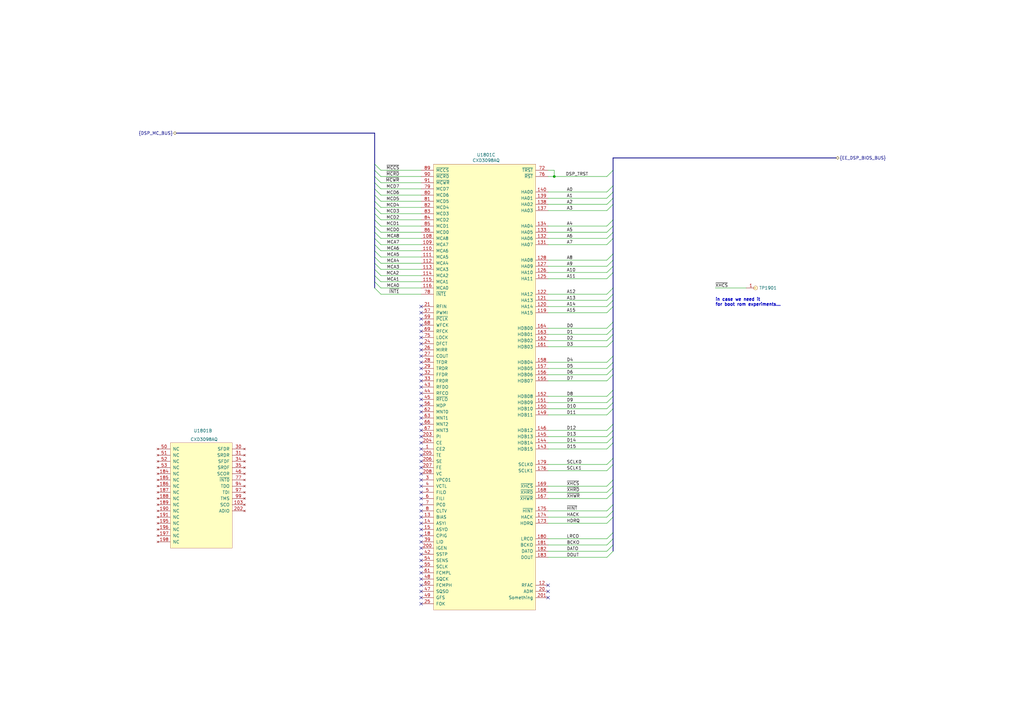
<source format=kicad_sch>
(kicad_sch (version 20230121) (generator eeschema)
  (paper "A3")
  (title_block (title "PS2 DSP") (rev "0.3") (comment 5 "-a project by Tschicki"))
  (lib_symbols
    (symbol "PS2:CXD3098AQ" (pin_names (offset 1.016))
      (property "Reference" "U" (at 17.78 6.35 0))
      (property "Value" "CXD3098AQ" (at 17.78 8.89 0))
      (symbol "CXD3098AQ_1_0"
        (pin passive line (at 36.83 -33.02 180) (length 5.08) (name "AGND") (number "10"))
        (pin passive line (at 0 -30.48 0) (length 5.08) (name "3V5(SCEN)") (number "100"))
        (pin passive line (at 0 -81.28 0) (length 5.08) (name "GND(SCDR)") (number "101"))
        (pin passive line (at 0 -33.02 0) (length 5.08) (name "3V5(SCRS)") (number "102"))
        (pin passive line (at 0 -83.82 0) (length 5.08) (name "GND(SCI)") (number "104"))
        (pin passive line (at 0 -86.36 0) (length 5.08) (name "GND(SCCK)") (number "105"))
        (pin passive line (at 0 -7.62 0) (length 5.08) (name "3V5") (number "106"))
        (pin passive line (at 36.83 -58.42 180) (length 5.08) (name "GND") (number "107"))
        (pin passive line (at 36.83 -35.56 180) (length 5.08) (name "AGND") (number "11"))
        (pin passive line (at 36.83 -60.96 180) (length 5.08) (name "GND") (number "117"))
        (pin passive line (at 36.83 -10.16 180) (length 5.08) (name "1V8") (number "118"))
        (pin passive line (at 0 -10.16 0) (length 5.08) (name "3V5") (number "123"))
        (pin passive line (at 36.83 -63.5 180) (length 5.08) (name "GND") (number "124"))
        (pin passive line (at 0 -12.7 0) (length 5.08) (name "3V5") (number "129"))
        (pin passive line (at 36.83 -66.04 180) (length 5.08) (name "GND") (number "130"))
        (pin passive line (at 0 -15.24 0) (length 5.08) (name "3V5") (number "135"))
        (pin passive line (at 36.83 -68.58 180) (length 5.08) (name "GND") (number "136"))
        (pin passive line (at 36.83 -71.12 180) (length 5.08) (name "GND") (number "141"))
        (pin passive line (at 36.83 -12.7 180) (length 5.08) (name "1V8") (number "142"))
        (pin passive line (at 0 -17.78 0) (length 5.08) (name "3V5") (number "147"))
        (pin passive line (at 36.83 -73.66 180) (length 5.08) (name "GND") (number "148"))
        (pin passive line (at 0 -20.32 0) (length 5.08) (name "3V5") (number "153"))
        (pin passive line (at 36.83 -76.2 180) (length 5.08) (name "GND") (number "154"))
        (pin passive line (at 0 -22.86 0) (length 5.08) (name "3V5") (number "159"))
        (pin passive line (at 0 -43.18 0) (length 5.08) (name "AVD4_3V5") (number "16"))
        (pin passive line (at 36.83 -78.74 180) (length 5.08) (name "GND") (number "160"))
        (pin passive line (at 0 -25.4 0) (length 5.08) (name "3V5") (number "165"))
        (pin passive line (at 36.83 -81.28 180) (length 5.08) (name "GND") (number "166"))
        (pin passive line (at 0 -45.72 0) (length 5.08) (name "AVD3_3V5") (number "17"))
        (pin passive line (at 0 -35.56 0) (length 5.08) (name "3V5(~{HRS})") (number "170"))
        (pin passive line (at 36.83 -83.82 180) (length 5.08) (name "GND") (number "171"))
        (pin passive line (at 36.83 -15.24 180) (length 5.08) (name "1V8") (number "172"))
        (pin passive line (at 0 -27.94 0) (length 5.08) (name "3V5") (number "177"))
        (pin passive line (at 36.83 -86.36 180) (length 5.08) (name "GND") (number "178"))
        (pin passive line (at 36.83 -38.1 180) (length 5.08) (name "AGND") (number "19"))
        (pin passive line (at 0 -88.9 0) (length 5.08) (name "GND(~{CEN})") (number "192"))
        (pin passive line (at 36.83 -88.9 180) (length 5.08) (name "GND") (number "193"))
        (pin passive line (at 36.83 -17.78 180) (length 5.08) (name "1V8") (number "194"))
        (pin passive line (at 0 -48.26 0) (length 5.08) (name "AVD2_3V5") (number "199"))
        (pin passive line (at 36.83 -27.94 180) (length 5.08) (name "VC2") (number "2"))
        (pin passive line (at 36.83 0 180) (length 5.08) (name "1V8") (number "22"))
        (pin passive line (at 36.83 -40.64 180) (length 5.08) (name "GND") (number "23"))
        (pin passive line (at 36.83 -43.18 180) (length 5.08) (name "GND") (number "36"))
        (pin passive line (at 0 0 0) (length 5.08) (name "3V5") (number "37"))
        (pin passive line (at 0 -68.58 0) (length 5.08) (name "GND(XPEN)") (number "38"))
        (pin passive line (at 36.83 -45.72 180) (length 5.08) (name "GND") (number "40"))
        (pin passive line (at 36.83 -2.54 180) (length 5.08) (name "1V8") (number "41"))
        (pin passive line (at 0 -71.12 0) (length 5.08) (name "GND(ATSK)") (number "58"))
        (pin passive line (at 36.83 -5.08 180) (length 5.08) (name "1V8") (number "64"))
        (pin passive line (at 36.83 -48.26 180) (length 5.08) (name "GND") (number "65"))
        (pin passive line (at 36.83 -50.8 180) (length 5.08) (name "GND") (number "70"))
        (pin passive line (at 0 -2.54 0) (length 5.08) (name "3V5") (number "71"))
        (pin passive line (at 0 -73.66 0) (length 5.08) (name "GND(AVSH)") (number "73"))
        (pin passive line (at 36.83 -20.32 180) (length 5.08) (name "1V8(AVDH)") (number "74"))
        (pin passive line (at 36.83 -53.34 180) (length 5.08) (name "GND") (number "87"))
        (pin passive line (at 0 -5.08 0) (length 5.08) (name "3V5") (number "88"))
        (pin passive line (at 0 -40.64 0) (length 5.08) (name "AVD1_3V5") (number "9"))
        (pin passive line (at 36.83 -55.88 180) (length 5.08) (name "GND") (number "92"))
        (pin passive line (at 36.83 -7.62 180) (length 5.08) (name "1V8") (number "93"))
        (pin passive line (at 0 -78.74 0) (length 5.08) (name "GND(TCK)") (number "95"))
        (pin passive line (at 36.83 -22.86 180) (length 5.08) (name "1V8(AVDL)") (number "96"))
        (pin passive line (at 0 -76.2 0) (length 5.08) (name "GND(AVSL)") (number "98"))
      )
      (symbol "CXD3098AQ_1_1"
        (rectangle (start 5.08 2.54) (end 31.75 -91.44) (stroke (width 0.001)) (fill (type background)))
      )
      (symbol "CXD3098AQ_2_0"
        (pin no_connect line (at 35.56 -22.86 180) (length 5.08) (name "SCO") (number "103"))
        (pin no_connect line (at 0 -10.16 0) (length 5.08) (name "NC") (number "184"))
        (pin no_connect line (at 0 -12.7 0) (length 5.08) (name "NC") (number "185"))
        (pin no_connect line (at 0 -15.24 0) (length 5.08) (name "NC") (number "186"))
        (pin no_connect line (at 0 -17.78 0) (length 5.08) (name "NC") (number "187"))
        (pin no_connect line (at 0 -20.32 0) (length 5.08) (name "NC") (number "188"))
        (pin no_connect line (at 0 -22.86 0) (length 5.08) (name "NC") (number "189"))
        (pin no_connect line (at 0 -25.4 0) (length 5.08) (name "NC") (number "190"))
        (pin no_connect line (at 0 -27.94 0) (length 5.08) (name "NC") (number "191"))
        (pin no_connect line (at 0 -30.48 0) (length 5.08) (name "NC") (number "195"))
        (pin no_connect line (at 0 -33.02 0) (length 5.08) (name "NC") (number "196"))
        (pin no_connect line (at 0 -35.56 0) (length 5.08) (name "NC") (number "197"))
        (pin no_connect line (at 0 -38.1 0) (length 5.08) (name "NC") (number "198"))
        (pin no_connect line (at 35.56 -25.4 180) (length 5.08) (name "ADIO") (number "202"))
        (pin no_connect line (at 35.56 0 180) (length 5.08) (name "SFDR") (number "30"))
        (pin no_connect line (at 35.56 -2.54 180) (length 5.08) (name "SRDR") (number "31"))
        (pin no_connect line (at 35.56 -5.08 180) (length 5.08) (name "SFDF") (number "34"))
        (pin no_connect line (at 35.56 -7.62 180) (length 5.08) (name "SRDF") (number "35"))
        (pin no_connect line (at 35.56 -10.16 180) (length 5.08) (name "SCOR") (number "46"))
        (pin no_connect line (at 0 0 0) (length 5.08) (name "NC") (number "50"))
        (pin no_connect line (at 0 -2.54 0) (length 5.08) (name "NC") (number "51"))
        (pin no_connect line (at 0 -5.08 0) (length 5.08) (name "NC") (number "52"))
        (pin no_connect line (at 0 -7.62 0) (length 5.08) (name "NC") (number "53"))
        (pin no_connect line (at 35.56 -12.7 180) (length 5.08) (name "~{INT0}") (number "77"))
        (pin no_connect line (at 35.56 -15.24 180) (length 5.08) (name "TDO") (number "94"))
        (pin no_connect line (at 35.56 -17.78 180) (length 5.08) (name "TDI") (number "97"))
        (pin no_connect line (at 35.56 -20.32 180) (length 5.08) (name "TMS") (number "99"))
      )
      (symbol "CXD3098AQ_2_1"
        (rectangle (start 5.08 2.54) (end 30.48 -40.64) (stroke (width 0.001)) (fill (type background)))
      )
      (symbol "CXD3098AQ_3_0"
        (pin passive line (at 52.07 -114.3 180) (length 5.08) (name "CE2") (number "1"))
        (pin passive line (at 52.07 -27.94 180) (length 5.08) (name "MCA8") (number "108"))
        (pin passive line (at 52.07 -30.48 180) (length 5.08) (name "MCA7") (number "109"))
        (pin passive line (at 52.07 -33.02 180) (length 5.08) (name "MCA6") (number "110"))
        (pin passive line (at 52.07 -35.56 180) (length 5.08) (name "MCA5") (number "111"))
        (pin passive line (at 52.07 -38.1 180) (length 5.08) (name "MCA4") (number "112"))
        (pin passive line (at 52.07 -40.64 180) (length 5.08) (name "MCA3") (number "113"))
        (pin passive line (at 52.07 -43.18 180) (length 5.08) (name "MCA2") (number "114"))
        (pin passive line (at 52.07 -45.72 180) (length 5.08) (name "MCA1") (number "115"))
        (pin passive line (at 52.07 -48.26 180) (length 5.08) (name "MCA0") (number "116"))
        (pin passive line (at 0 -58.42 0) (length 5.08) (name "HA15") (number "119"))
        (pin passive line (at 0 -170.18 0) (length 5.08) (name "RFAC") (number "12"))
        (pin passive line (at 0 -55.88 0) (length 5.08) (name "HA14") (number "120"))
        (pin passive line (at 0 -53.34 0) (length 5.08) (name "HA13") (number "121"))
        (pin passive line (at 0 -50.8 0) (length 5.08) (name "HA12") (number "122"))
        (pin passive line (at 0 -44.45 0) (length 5.08) (name "HA11") (number "125"))
        (pin passive line (at 0 -41.91 0) (length 5.08) (name "HA10") (number "126"))
        (pin passive line (at 0 -39.37 0) (length 5.08) (name "HA09") (number "127"))
        (pin passive line (at 0 -36.83 0) (length 5.08) (name "HA08") (number "128"))
        (pin passive line (at 52.07 -142.24 180) (length 5.08) (name "BIAS") (number "13"))
        (pin passive line (at 0 -30.48 0) (length 5.08) (name "HA07") (number "131"))
        (pin passive line (at 0 -27.94 0) (length 5.08) (name "HA06") (number "132"))
        (pin passive line (at 0 -25.4 0) (length 5.08) (name "HA05") (number "133"))
        (pin passive line (at 0 -22.86 0) (length 5.08) (name "HA04") (number "134"))
        (pin passive line (at 0 -16.51 0) (length 5.08) (name "HA03") (number "137"))
        (pin passive line (at 0 -13.97 0) (length 5.08) (name "HA02") (number "138"))
        (pin passive line (at 0 -11.43 0) (length 5.08) (name "HA01") (number "139"))
        (pin passive line (at 52.07 -144.78 180) (length 5.08) (name "ASYI") (number "14"))
        (pin passive line (at 0 -8.89 0) (length 5.08) (name "HA00") (number "140"))
        (pin passive line (at 0 -114.3 0) (length 5.08) (name "HDB15") (number "143"))
        (pin passive line (at 0 -111.76 0) (length 5.08) (name "HDB14") (number "144"))
        (pin passive line (at 0 -109.22 0) (length 5.08) (name "HDB13") (number "145"))
        (pin passive line (at 0 -106.68 0) (length 5.08) (name "HDB12") (number "146"))
        (pin passive line (at 0 -100.33 0) (length 5.08) (name "HDB11") (number "149"))
        (pin passive line (at 52.07 -147.32 180) (length 5.08) (name "ASYO") (number "15"))
        (pin passive line (at 0 -97.79 0) (length 5.08) (name "HDB10") (number "150"))
        (pin passive line (at 0 -95.25 0) (length 5.08) (name "HDB09") (number "151"))
        (pin passive line (at 0 -92.71 0) (length 5.08) (name "HDB08") (number "152"))
        (pin passive line (at 0 -86.36 0) (length 5.08) (name "HDB07") (number "155"))
        (pin passive line (at 0 -83.82 0) (length 5.08) (name "HDB06") (number "156"))
        (pin passive line (at 0 -81.28 0) (length 5.08) (name "HDB05") (number "157"))
        (pin passive line (at 0 -78.74 0) (length 5.08) (name "HDB04") (number "158"))
        (pin passive line (at 0 -72.39 0) (length 5.08) (name "HDB03") (number "161"))
        (pin passive line (at 0 -69.85 0) (length 5.08) (name "HDB02") (number "162"))
        (pin passive line (at 0 -67.31 0) (length 5.08) (name "HDB01") (number "163"))
        (pin passive line (at 0 -64.77 0) (length 5.08) (name "HDB00") (number "164"))
        (pin passive line (at 0 -134.62 0) (length 5.08) (name "~{XHWR}") (number "167"))
        (pin passive line (at 0 -132.08 0) (length 5.08) (name "~{XHRD}") (number "168"))
        (pin passive line (at 0 -129.54 0) (length 5.08) (name "~{XHCS}") (number "169"))
        (pin passive line (at 0 -144.78 0) (length 5.08) (name "HDRQ") (number "173"))
        (pin passive line (at 0 -142.24 0) (length 5.08) (name "HACK") (number "174"))
        (pin passive line (at 0 -139.7 0) (length 5.08) (name "~{HINT}") (number "175"))
        (pin passive line (at 0 -123.19 0) (length 5.08) (name "SCLK1") (number "176"))
        (pin passive line (at 0 -120.65 0) (length 5.08) (name "SCLK0") (number "179"))
        (pin passive line (at 52.07 -149.86 180) (length 5.08) (name "CPIG") (number "18"))
        (pin passive line (at 0 -151.13 0) (length 5.08) (name "LRCO") (number "180"))
        (pin passive line (at 0 -153.67 0) (length 5.08) (name "BCKO") (number "181"))
        (pin passive line (at 0 -156.21 0) (length 5.08) (name "DATO") (number "182"))
        (pin passive line (at 0 -158.75 0) (length 5.08) (name "DOUT") (number "183"))
        (pin passive line (at 0 -172.72 0) (length 5.08) (name "ADM") (number "20"))
        (pin passive line (at 52.07 -154.94 180) (length 5.08) (name "IGEN") (number "200"))
        (pin passive line (at 0 -175.26 0) (length 5.08) (name "Something") (number "201"))
        (pin passive line (at 52.07 -109.22 180) (length 5.08) (name "PI") (number "203"))
        (pin passive line (at 52.07 -111.76 180) (length 5.08) (name "CE") (number "204"))
        (pin passive line (at 52.07 -116.84 180) (length 5.08) (name "TE") (number "205"))
        (pin passive line (at 52.07 -119.38 180) (length 5.08) (name "SE") (number "206"))
        (pin passive line (at 52.07 -121.92 180) (length 5.08) (name "FE") (number "207"))
        (pin passive line (at 52.07 -124.46 180) (length 5.08) (name "VC") (number "208"))
        (pin passive line (at 52.07 -55.88 180) (length 5.08) (name "RFIN") (number "21"))
        (pin passive line (at 52.07 -71.12 180) (length 5.08) (name "DFCT") (number "24"))
        (pin passive line (at 52.07 -177.8 180) (length 5.08) (name "FOK") (number "25"))
        (pin passive line (at 52.07 -73.66 180) (length 5.08) (name "MIRR") (number "26"))
        (pin passive line (at 52.07 -76.2 180) (length 5.08) (name "COUT") (number "27"))
        (pin passive line (at 52.07 -78.74 180) (length 5.08) (name "TFDR") (number "28"))
        (pin passive line (at 52.07 -81.28 180) (length 5.08) (name "TRDR") (number "29"))
        (pin passive line (at 52.07 -127 180) (length 5.08) (name "VPC01") (number "3"))
        (pin passive line (at 52.07 -83.82 180) (length 5.08) (name "FFDR") (number "32"))
        (pin passive line (at 52.07 -86.36 180) (length 5.08) (name "FRDR") (number "33"))
        (pin passive line (at 52.07 -152.4 180) (length 5.08) (name "LID") (number "39"))
        (pin passive line (at 52.07 -129.54 180) (length 5.08) (name "VCTL") (number "4"))
        (pin passive line (at 52.07 -157.48 180) (length 5.08) (name "SSTP") (number "42"))
        (pin passive line (at 52.07 -88.9 180) (length 5.08) (name "RFDO") (number "43"))
        (pin passive line (at 52.07 -91.44 180) (length 5.08) (name "RFCO") (number "44"))
        (pin passive line (at 52.07 -93.98 180) (length 5.08) (name "~{RFLO}") (number "45"))
        (pin passive line (at 52.07 -172.72 180) (length 5.08) (name "SQSO") (number "47"))
        (pin passive line (at 52.07 -167.64 180) (length 5.08) (name "SQCK") (number "48"))
        (pin passive line (at 52.07 -175.26 180) (length 5.08) (name "GFS") (number "49"))
        (pin passive line (at 52.07 -132.08 180) (length 5.08) (name "FILO") (number "5"))
        (pin passive line (at 52.07 -160.02 180) (length 5.08) (name "SENS") (number "54"))
        (pin passive line (at 52.07 -162.56 180) (length 5.08) (name "SCLK") (number "55"))
        (pin passive line (at 52.07 -96.52 180) (length 5.08) (name "MDP") (number "56"))
        (pin passive line (at 52.07 -58.42 180) (length 5.08) (name "PWMI") (number "57"))
        (pin passive line (at 52.07 -60.96 180) (length 5.08) (name "~{PCLK}") (number "59"))
        (pin passive line (at 52.07 -134.62 180) (length 5.08) (name "FILI") (number "6"))
        (pin passive line (at 52.07 -170.18 180) (length 5.08) (name "FCMPH") (number "60"))
        (pin passive line (at 52.07 -165.1 180) (length 5.08) (name "FCMPL") (number "61"))
        (pin passive line (at 52.07 -99.06 180) (length 5.08) (name "MNT0") (number "62"))
        (pin passive line (at 52.07 -101.6 180) (length 5.08) (name "MNT1") (number "63"))
        (pin passive line (at 52.07 -104.14 180) (length 5.08) (name "MNT2") (number "66"))
        (pin passive line (at 52.07 -106.68 180) (length 5.08) (name "MNT3") (number "67"))
        (pin passive line (at 52.07 -63.5 180) (length 5.08) (name "WFCK") (number "68"))
        (pin passive line (at 52.07 -66.04 180) (length 5.08) (name "RFCK") (number "69"))
        (pin passive line (at 52.07 -137.16 180) (length 5.08) (name "PC0") (number "7"))
        (pin passive line (at 0 0 0) (length 5.08) (name "~{TRST}") (number "72"))
        (pin passive line (at 52.07 -68.58 180) (length 5.08) (name "LOCK") (number "75"))
        (pin passive line (at 0 -2.54 0) (length 5.08) (name "~{RST}") (number "76"))
        (pin passive line (at 52.07 -50.8 180) (length 5.08) (name "~{INT1}") (number "78"))
        (pin passive line (at 52.07 -7.62 180) (length 5.08) (name "MCD7") (number "79"))
        (pin passive line (at 52.07 -139.7 180) (length 5.08) (name "CLTV") (number "8"))
        (pin passive line (at 52.07 -10.16 180) (length 5.08) (name "MCD6") (number "80"))
        (pin passive line (at 52.07 -12.7 180) (length 5.08) (name "MCD5") (number "81"))
        (pin passive line (at 52.07 -15.24 180) (length 5.08) (name "MCD4") (number "82"))
        (pin passive line (at 52.07 -17.78 180) (length 5.08) (name "MCD3") (number "83"))
        (pin passive line (at 52.07 -20.32 180) (length 5.08) (name "MCD2") (number "84"))
        (pin passive line (at 52.07 -22.86 180) (length 5.08) (name "MCD1") (number "85"))
        (pin passive line (at 52.07 -25.4 180) (length 5.08) (name "MCD0") (number "86"))
        (pin passive line (at 52.07 0 180) (length 5.08) (name "~{MCCS}") (number "89"))
        (pin passive line (at 52.07 -2.54 180) (length 5.08) (name "~{MCRD}") (number "90"))
        (pin passive line (at 52.07 -5.08 180) (length 5.08) (name "~{MCWR}") (number "91"))
      )
      (symbol "CXD3098AQ_3_1"
        (rectangle (start 5.08 2.54) (end 46.99 -180.34) (stroke (width 0.001)) (fill (type background)))
      )
    )
    (symbol "PS2:Solder_Point" (pin_names (offset 1.016) hide) (in_bom no)
      (property "Reference" "TP" (at 2.54 0 0))
      (symbol "Solder_Point_0_1"
        (circle (center 0 0) (radius 0.8519) (stroke (width 0.001)) (fill (type background)))
      )
      (symbol "Solder_Point_1_1"
        (pin passive line (at -3.81 0 0) (length 3.81) (name "Pin_1") (number "1"))
      )
    )
  )
  (bus_alias "DSP_MC_BUS" (members "MCD[0..7]" "MCA[0..8]" "~{MCCS}" "~{MCRD}" "~{MCWR}" "SSTP" "SENS" "SCLK" "FCMPL" "~{INT1}" "SQCK" "FCMPH" "SQSO" "GFS" "FOK"))
  (junction (at 227.33 72.39))
  (no_connect (at 172.72 181.61))
  (no_connect (at 172.72 224.79))
  (no_connect (at 172.72 130.81))
  (no_connect (at 172.72 128.27))
  (no_connect (at 172.72 156.21))
  (no_connect (at 172.72 217.17))
  (no_connect (at 172.72 222.25))
  (no_connect (at 172.72 146.05))
  (no_connect (at 172.72 138.43))
  (no_connect (at 172.72 204.47))
  (no_connect (at 172.72 219.71))
  (no_connect (at 172.72 168.91))
  (no_connect (at 172.72 199.39))
  (no_connect (at 172.72 140.97))
  (no_connect (at 172.72 143.51))
  (no_connect (at 172.72 163.83))
  (no_connect (at 172.72 171.45))
  (no_connect (at 224.79 240.03))
  (no_connect (at 172.72 133.35))
  (no_connect (at 172.72 148.59))
  (no_connect (at 172.72 227.33))
  (no_connect (at 172.72 184.15))
  (no_connect (at 172.72 179.07))
  (no_connect (at 172.72 189.23))
  (no_connect (at 172.72 194.31))
  (no_connect (at 172.72 125.73))
  (no_connect (at 172.72 232.41))
  (no_connect (at 172.72 229.87))
  (no_connect (at 172.72 153.67))
  (no_connect (at 172.72 196.85))
  (no_connect (at 172.72 245.11))
  (no_connect (at 172.72 234.95))
  (no_connect (at 172.72 247.65))
  (no_connect (at 172.72 242.57))
  (no_connect (at 172.72 240.03))
  (no_connect (at 172.72 237.49))
  (no_connect (at 172.72 135.89))
  (no_connect (at 172.72 191.77))
  (no_connect (at 172.72 166.37))
  (no_connect (at 172.72 173.99))
  (no_connect (at 172.72 176.53))
  (no_connect (at 172.72 207.01))
  (no_connect (at 224.79 245.11))
  (no_connect (at 172.72 214.63))
  (no_connect (at 172.72 212.09))
  (no_connect (at 172.72 186.69))
  (no_connect (at 172.72 151.13))
  (no_connect (at 172.72 201.93))
  (no_connect (at 224.79 242.57))
  (no_connect (at 172.72 161.29))
  (no_connect (at 172.72 209.55))
  (no_connect (at 172.72 158.75))
  (bus_entry (at 248.92 151.13) (size 2.54 -2.54))
  (bus_entry (at 248.92 204.47) (size 2.54 -2.54))
  (bus_entry (at 248.92 201.93) (size 2.54 -2.54))
  (bus_entry (at 248.92 137.16) (size 2.54 -2.54))
  (bus_entry (at 248.92 134.62) (size 2.54 -2.54))
  (bus_entry (at 248.92 153.67) (size 2.54 -2.54))
  (bus_entry (at 248.92 156.21) (size 2.54 -2.54))
  (bus_entry (at 248.92 167.64) (size 2.54 -2.54))
  (bus_entry (at 248.92 199.39) (size 2.54 -2.54))
  (bus_entry (at 248.92 139.7) (size 2.54 -2.54))
  (bus_entry (at 248.92 142.24) (size 2.54 -2.54))
  (bus_entry (at 248.92 114.3) (size 2.54 -2.54))
  (bus_entry (at 248.92 120.65) (size 2.54 -2.54))
  (bus_entry (at 248.92 95.25) (size 2.54 -2.54))
  (bus_entry (at 248.92 109.22) (size 2.54 -2.54))
  (bus_entry (at 248.92 97.79) (size 2.54 -2.54))
  (bus_entry (at 248.92 226.06) (size 2.54 -2.54))
  (bus_entry (at 248.92 228.6) (size 2.54 -2.54))
  (bus_entry (at 248.92 220.98) (size 2.54 -2.54))
  (bus_entry (at 248.92 223.52) (size 2.54 -2.54))
  (bus_entry (at 248.92 214.63) (size 2.54 -2.54))
  (bus_entry (at 248.92 72.39) (size 2.54 -2.54))
  (bus_entry (at 248.92 209.55) (size 2.54 -2.54))
  (bus_entry (at 248.92 212.09) (size 2.54 -2.54))
  (bus_entry (at 248.92 148.59) (size 2.54 -2.54))
  (bus_entry (at 248.92 162.56) (size 2.54 -2.54))
  (bus_entry (at 248.92 170.18) (size 2.54 -2.54))
  (bus_entry (at 248.92 165.1) (size 2.54 -2.54))
  (bus_entry (at 248.92 193.04) (size 2.54 -2.54))
  (bus_entry (at 248.92 184.15) (size 2.54 -2.54))
  (bus_entry (at 248.92 83.82) (size 2.54 -2.54))
  (bus_entry (at 248.92 190.5) (size 2.54 -2.54))
  (bus_entry (at 248.92 86.36) (size 2.54 -2.54))
  (bus_entry (at 248.92 179.07) (size 2.54 -2.54))
  (bus_entry (at 248.92 176.53) (size 2.54 -2.54))
  (bus_entry (at 248.92 181.61) (size 2.54 -2.54))
  (bus_entry (at 248.92 123.19) (size 2.54 -2.54))
  (bus_entry (at 248.92 125.73) (size 2.54 -2.54))
  (bus_entry (at 248.92 81.28) (size 2.54 -2.54))
  (bus_entry (at 248.92 111.76) (size 2.54 -2.54))
  (bus_entry (at 248.92 78.74) (size 2.54 -2.54))
  (bus_entry (at 248.92 128.27) (size 2.54 -2.54))
  (bus_entry (at 248.92 106.68) (size 2.54 -2.54))
  (bus_entry (at 248.92 92.71) (size 2.54 -2.54))
  (bus_entry (at 248.92 100.33) (size 2.54 -2.54))
  (bus_entry (at 156.21 102.87) (size -2.54 -2.54))
  (bus_entry (at 156.21 85.09) (size -2.54 -2.54))
  (bus_entry (at 156.21 95.25) (size -2.54 -2.54))
  (bus_entry (at 156.21 100.33) (size -2.54 -2.54))
  (bus_entry (at 156.21 82.55) (size -2.54 -2.54))
  (bus_entry (at 156.21 77.47) (size -2.54 -2.54))
  (bus_entry (at 156.21 87.63) (size -2.54 -2.54))
  (bus_entry (at 156.21 120.65) (size -2.54 -2.54))
  (bus_entry (at 156.21 97.79) (size -2.54 -2.54))
  (bus_entry (at 156.21 80.01) (size -2.54 -2.54))
  (bus_entry (at 156.21 107.95) (size -2.54 -2.54))
  (bus_entry (at 156.21 72.39) (size -2.54 -2.54))
  (bus_entry (at 156.21 110.49) (size -2.54 -2.54))
  (bus_entry (at 156.21 92.71) (size -2.54 -2.54))
  (bus_entry (at 156.21 74.93) (size -2.54 -2.54))
  (bus_entry (at 156.21 118.11) (size -2.54 -2.54))
  (bus_entry (at 156.21 105.41) (size -2.54 -2.54))
  (bus_entry (at 156.21 113.03) (size -2.54 -2.54))
  (bus_entry (at 156.21 115.57) (size -2.54 -2.54))
  (bus_entry (at 156.21 90.17) (size -2.54 -2.54))
  (bus_entry (at 156.21 69.85) (size -2.54 -2.54))
  (bus (pts (xy 153.67 72.39) (xy 153.67 69.85)))
  (wire (pts (xy 224.79 134.62) (xy 248.92 134.62)))
  (wire (pts (xy 172.72 118.11) (xy 156.21 118.11)))
  (wire (pts (xy 224.79 156.21) (xy 248.92 156.21)))
  (wire (pts (xy 172.72 72.39) (xy 156.21 72.39)))
  (wire (pts (xy 172.72 77.47) (xy 156.21 77.47)))
  (bus (pts (xy 153.67 85.09) (xy 153.67 82.55)))
  (wire (pts (xy 224.79 199.39) (xy 248.92 199.39)))
  (bus (pts (xy 251.46 212.09) (xy 251.46 218.44)))
  (bus (pts (xy 251.46 92.71) (xy 251.46 95.25)))
  (bus (pts (xy 153.67 110.49) (xy 153.67 107.95)))
  (bus (pts (xy 251.46 201.93) (xy 251.46 207.01)))
  (wire (pts (xy 224.79 223.52) (xy 248.92 223.52)))
  (wire (pts (xy 224.79 153.67) (xy 248.92 153.67)))
  (bus (pts (xy 251.46 179.07) (xy 251.46 181.61)))
  (bus (pts (xy 251.46 137.16) (xy 251.46 139.7)))
  (wire (pts (xy 224.79 114.3) (xy 248.92 114.3)))
  (wire (pts (xy 156.21 120.65) (xy 172.72 120.65)))
  (wire (pts (xy 172.72 92.71) (xy 156.21 92.71)))
  (bus (pts (xy 153.67 67.31) (xy 153.67 54.61)))
  (wire (pts (xy 224.79 167.64) (xy 248.92 167.64)))
  (wire (pts (xy 172.72 95.25) (xy 156.21 95.25)))
  (wire (pts (xy 172.72 85.09) (xy 156.21 85.09)))
  (wire (pts (xy 224.79 95.25) (xy 248.92 95.25)))
  (wire (pts (xy 172.72 102.87) (xy 156.21 102.87)))
  (wire (pts (xy 172.72 90.17) (xy 156.21 90.17)))
  (wire (pts (xy 224.79 148.59) (xy 248.92 148.59)))
  (bus (pts (xy 251.46 207.01) (xy 251.46 209.55)))
  (wire (pts (xy 172.72 82.55) (xy 156.21 82.55)))
  (bus (pts (xy 251.46 64.77) (xy 251.46 69.85)))
  (bus (pts (xy 251.46 218.44) (xy 251.46 220.98)))
  (bus (pts (xy 251.46 223.52) (xy 251.46 226.06)))
  (bus (pts (xy 251.46 81.28) (xy 251.46 83.82)))
  (bus (pts (xy 251.46 146.05) (xy 251.46 148.59)))
  (wire (pts (xy 306.07 118.11) (xy 293.37 118.11)))
  (wire (pts (xy 224.79 106.68) (xy 248.92 106.68)))
  (wire (pts (xy 172.72 97.79) (xy 156.21 97.79)))
  (wire (pts (xy 224.79 78.74) (xy 248.92 78.74)))
  (bus (pts (xy 251.46 120.65) (xy 251.46 123.19)))
  (wire (pts (xy 224.79 125.73) (xy 248.92 125.73)))
  (wire (pts (xy 224.79 181.61) (xy 248.92 181.61)))
  (wire (pts (xy 172.72 110.49) (xy 156.21 110.49)))
  (wire (pts (xy 224.79 72.39) (xy 227.33 72.39)))
  (wire (pts (xy 172.72 107.95) (xy 156.21 107.95)))
  (bus (pts (xy 251.46 209.55) (xy 251.46 212.09)))
  (wire (pts (xy 224.79 109.22) (xy 248.92 109.22)))
  (wire (pts (xy 224.79 151.13) (xy 248.92 151.13)))
  (wire (pts (xy 224.79 170.18) (xy 248.92 170.18)))
  (wire (pts (xy 224.79 139.7) (xy 248.92 139.7)))
  (bus (pts (xy 153.67 102.87) (xy 153.67 100.33)))
  (bus (pts (xy 251.46 134.62) (xy 251.46 137.16)))
  (wire (pts (xy 224.79 179.07) (xy 248.92 179.07)))
  (bus (pts (xy 251.46 181.61) (xy 251.46 187.96)))
  (bus (pts (xy 153.67 80.01) (xy 153.67 77.47)))
  (wire (pts (xy 224.79 209.55) (xy 248.92 209.55)))
  (bus (pts (xy 251.46 111.76) (xy 251.46 118.11)))
  (bus (pts (xy 153.67 113.03) (xy 153.67 110.49)))
  (wire (pts (xy 224.79 97.79) (xy 248.92 97.79)))
  (wire (pts (xy 224.79 128.27) (xy 248.92 128.27)))
  (bus (pts (xy 251.46 199.39) (xy 251.46 201.93)))
  (wire (pts (xy 224.79 193.04) (xy 248.92 193.04)))
  (bus (pts (xy 251.46 125.73) (xy 251.46 132.08)))
  (bus (pts (xy 251.46 220.98) (xy 251.46 223.52)))
  (wire (pts (xy 224.79 142.24) (xy 248.92 142.24)))
  (wire (pts (xy 172.72 105.41) (xy 156.21 105.41)))
  (bus (pts (xy 251.46 190.5) (xy 251.46 196.85)))
  (bus (pts (xy 251.46 64.77) (xy 342.9 64.77)))
  (bus (pts (xy 251.46 76.2) (xy 251.46 78.74)))
  (wire (pts (xy 172.72 74.93) (xy 156.21 74.93)))
  (bus (pts (xy 251.46 160.02) (xy 251.46 162.56)))
  (bus (pts (xy 153.67 105.41) (xy 153.67 102.87)))
  (wire (pts (xy 172.72 113.03) (xy 156.21 113.03)))
  (bus (pts (xy 153.67 107.95) (xy 153.67 105.41)))
  (bus (pts (xy 153.67 100.33) (xy 153.67 97.79)))
  (wire (pts (xy 224.79 190.5) (xy 248.92 190.5)))
  (wire (pts (xy 172.72 69.85) (xy 156.21 69.85)))
  (bus (pts (xy 251.46 148.59) (xy 251.46 151.13)))
  (wire (pts (xy 224.79 226.06) (xy 248.92 226.06)))
  (bus (pts (xy 251.46 139.7) (xy 251.46 146.05)))
  (wire (pts (xy 224.79 204.47) (xy 248.92 204.47)))
  (bus (pts (xy 251.46 187.96) (xy 251.46 190.5)))
  (wire (pts (xy 224.79 162.56) (xy 248.92 162.56)))
  (bus (pts (xy 251.46 173.99) (xy 251.46 176.53)))
  (wire (pts (xy 224.79 228.6) (xy 248.92 228.6)))
  (bus (pts (xy 251.46 106.68) (xy 251.46 109.22)))
  (bus (pts (xy 251.46 90.17) (xy 251.46 92.71)))
  (bus (pts (xy 251.46 104.14) (xy 251.46 106.68)))
  (wire (pts (xy 224.79 220.98) (xy 248.92 220.98)))
  (wire (pts (xy 224.79 81.28) (xy 248.92 81.28)))
  (bus (pts (xy 251.46 167.64) (xy 251.46 173.99)))
  (bus (pts (xy 251.46 162.56) (xy 251.46 165.1)))
  (wire (pts (xy 172.72 87.63) (xy 156.21 87.63)))
  (bus (pts (xy 251.46 95.25) (xy 251.46 97.79)))
  (wire (pts (xy 224.79 100.33) (xy 248.92 100.33)))
  (wire (pts (xy 224.79 83.82) (xy 248.92 83.82)))
  (wire (pts (xy 224.79 214.63) (xy 248.92 214.63)))
  (bus (pts (xy 251.46 97.79) (xy 251.46 104.14)))
  (bus (pts (xy 153.67 115.57) (xy 153.67 113.03)))
  (bus (pts (xy 153.67 54.61) (xy 72.39 54.61)))
  (bus (pts (xy 153.67 97.79) (xy 153.67 95.25)))
  (wire (pts (xy 172.72 80.01) (xy 156.21 80.01)))
  (bus (pts (xy 251.46 176.53) (xy 251.46 179.07)))
  (bus (pts (xy 153.67 115.57) (xy 153.67 118.11)))
  (wire (pts (xy 224.79 123.19) (xy 248.92 123.19)))
  (bus (pts (xy 251.46 151.13) (xy 251.46 153.67)))
  (wire (pts (xy 224.79 212.09) (xy 248.92 212.09)))
  (bus (pts (xy 251.46 118.11) (xy 251.46 120.65)))
  (wire (pts (xy 172.72 115.57) (xy 156.21 115.57)))
  (wire (pts (xy 224.79 86.36) (xy 248.92 86.36)))
  (wire (pts (xy 227.33 72.39) (xy 248.92 72.39)))
  (wire (pts (xy 224.79 184.15) (xy 248.92 184.15)))
  (bus (pts (xy 153.67 92.71) (xy 153.67 90.17)))
  (bus (pts (xy 251.46 165.1) (xy 251.46 167.64)))
  (wire (pts (xy 227.33 69.85) (xy 227.33 72.39)))
  (bus (pts (xy 153.67 87.63) (xy 153.67 85.09)))
  (wire (pts (xy 224.79 176.53) (xy 248.92 176.53)))
  (bus (pts (xy 251.46 78.74) (xy 251.46 81.28)))
  (bus (pts (xy 153.67 90.17) (xy 153.67 87.63)))
  (bus (pts (xy 153.67 69.85) (xy 153.67 67.31)))
  (bus (pts (xy 251.46 83.82) (xy 251.46 90.17)))
  (bus (pts (xy 251.46 109.22) (xy 251.46 111.76)))
  (bus (pts (xy 251.46 153.67) (xy 251.46 160.02)))
  (bus (pts (xy 153.67 95.25) (xy 153.67 92.71)))
  (bus (pts (xy 251.46 69.85) (xy 251.46 76.2)))
  (wire (pts (xy 224.79 137.16) (xy 248.92 137.16)))
  (wire (pts (xy 224.79 201.93) (xy 248.92 201.93)))
  (wire (pts (xy 224.79 69.85) (xy 227.33 69.85)))
  (wire (pts (xy 224.79 92.71) (xy 248.92 92.71)))
  (wire (pts (xy 172.72 100.33) (xy 156.21 100.33)))
  (bus (pts (xy 153.67 74.93) (xy 153.67 72.39)))
  (wire (pts (xy 224.79 120.65) (xy 248.92 120.65)))
  (wire (pts (xy 224.79 165.1) (xy 248.92 165.1)))
  (bus (pts (xy 251.46 123.19) (xy 251.46 125.73)))
  (bus (pts (xy 153.67 82.55) (xy 153.67 80.01)))
  (wire (pts (xy 224.79 111.76) (xy 248.92 111.76)))
  (bus (pts (xy 153.67 77.47) (xy 153.67 74.93)))
  (bus (pts (xy 251.46 196.85) (xy 251.46 199.39)))
  (bus (pts (xy 251.46 132.08) (xy 251.46 134.62)))
  (text "in case we need it \nfor boot rom experiments..." (at 293.37 125.73 0) (effects (font (size 1.27 1.27) bold) (justify left bottom)))
  (label "MCD1" (at 163.83 92.71 180))
  (label "D6" (at 232.41 153.67 0))
  (label "D12" (at 232.41 176.53 0))
  (label "~{HINT}" (at 232.41 209.55 0))
  (label "~{XHCS}" (at 293.37 118.11 0))
  (label "D13" (at 232.41 179.07 0))
  (label "A3" (at 232.41 86.36 0))
  (label "MCA8" (at 163.83 97.79 180))
  (label "D14" (at 232.41 181.61 0))
  (label "A6" (at 232.41 97.79 0))
  (label "A14" (at 232.41 125.73 0))
  (label "~{MCRD}" (at 163.83 72.39 180))
  (label "~{MCWR}" (at 163.83 74.93 180))
  (label "A5" (at 232.41 95.25 0))
  (label "~{XHCS}" (at 232.41 199.39 0))
  (label "~{MCCS}" (at 163.83 69.85 180))
  (label "MCA4" (at 163.83 107.95 180))
  (label "A1" (at 232.41 81.28 0))
  (label "A7" (at 232.41 100.33 0))
  (label "~{INT1}" (at 163.83 120.65 180))
  (label "D9" (at 232.41 165.1 0))
  (label "A9" (at 232.41 109.22 0))
  (label "~{XHRD}" (at 232.41 201.93 0))
  (label "HDRQ" (at 232.41 214.63 0))
  (label "MCD0" (at 163.8182 95.25 180))
  (label "A10" (at 232.41 111.76 0))
  (label "MCD5" (at 163.83 82.55 180))
  (label "A15" (at 232.41 128.27 0))
  (label "MCA5" (at 163.83 105.41 180))
  (label "D7" (at 232.41 156.21 0))
  (label "DSP_TRST" (at 241.3 72.39 180))
  (label "MCD6" (at 163.83 80.01 180))
  (label "SCLK0" (at 232.41 190.5 0))
  (label "DOUT" (at 232.41 228.6 0))
  (label "MCA2" (at 163.6812 113.03 180))
  (label "MCD7" (at 163.83 77.47 180))
  (label "D0" (at 232.41 134.62 0))
  (label "LRCO" (at 232.41 220.98 0))
  (label "A11" (at 232.41 114.3 0))
  (label "A12" (at 232.41 120.65 0))
  (label "MCD4" (at 163.83 85.09 180))
  (label "MCA3" (at 163.83 110.49 180))
  (label "D10" (at 232.41 167.64 0))
  (label "MCA7" (at 163.83 100.33 180))
  (label "HACK" (at 232.41 212.09 0))
  (label "A2" (at 232.41 83.82 0))
  (label "D4" (at 232.41 148.59 0))
  (label "MCA0" (at 163.83 118.11 180))
  (label "D3" (at 232.41 142.24 0))
  (label "A13" (at 232.41 123.19 0))
  (label "D8" (at 232.41 162.56 0))
  (label "A0" (at 232.41 78.74 0))
  (label "~{XHWR}" (at 232.41 204.47 0))
  (label "MCD3" (at 163.83 87.63 180))
  (label "MCD2" (at 163.83 90.17 180))
  (label "D1" (at 232.41 137.16 0))
  (label "MCA1" (at 163.7839 115.57 180))
  (label "DATO" (at 232.41 226.06 0))
  (label "A4" (at 232.41 92.71 0))
  (label "D2" (at 232.41 139.7 0))
  (label "D5" (at 232.41 151.13 0))
  (label "SCLK1" (at 232.41 193.04 0))
  (label "BCKO" (at 232.41 223.52 0))
  (label "MCA6" (at 163.83 102.87 180))
  (label "D15" (at 232.41 184.15 0))
  (label "A8" (at 232.41 106.68 0))
  (label "D11" (at 232.41 170.18 0))
  (hierarchical_label "{EE_DSP_BIOS_BUS}" (shape bidirectional) (at 342.9 64.77 0))
  (hierarchical_label "{DSP_MC_BUS}" (shape bidirectional) (at 72.39 54.61 180))
  (symbol (lib_id "PS2:CXD3098AQ") (at 64.77 184.15 0) (unit 2)
    (property "Reference" "U1801" (at 79.3756 176.6506 0) (effects (justify left)))
    (property "Value" "CXD3098AQ" (at 78.1056 180.2193 0) (effects (justify left)))
    (property "Footprint" "PS2:PS2_CXD3098AQ_208_28x28mm_P0.5mm" (effects hide))
    (property "Part Number" "get from PS2 79k/90k" (effects hide))
  )
  (symbol (lib_id "PS2:Solder_Point") (at 309.88 118.11 0) (mirror x) (unit 1) (in_bom no)
    (property "Reference" "TP1901" (at 314.96 118.11 0))
    (property "Value" "Solder_Point" (effects hide))
    (property "Footprint" "PS2:Solder_Point_127" (effects hide))
  )
  (symbol (lib_id "PS2:CXD3098AQ") (at 224.79 69.85 0) (mirror y) (unit 3)
    (property "Reference" "U1801" (at 199.39 63.5 0))
    (property "Value" "CXD3098AQ" (at 199.39 65.7987 0))
    (property "Footprint" "PS2:PS2_CXD3098AQ_208_28x28mm_P0.5mm" (effects hide))
    (property "Part Number" "get from PS2 79k/90k" (effects hide))
  )
)
</source>
